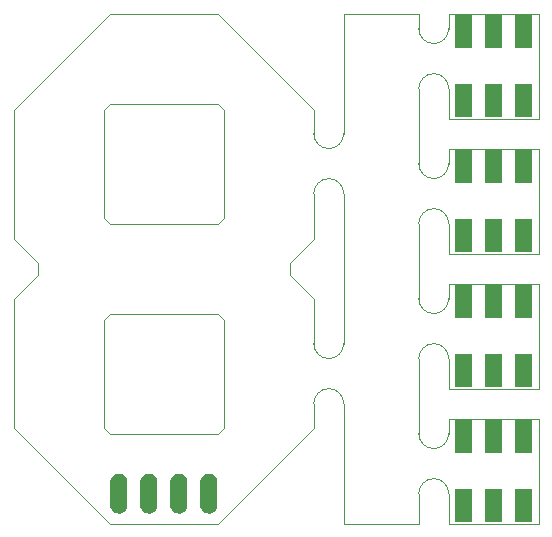
<source format=gbs>
G04 #@! TF.FileFunction,Soldermask,Bot*
%FSLAX46Y46*%
G04 Gerber Fmt 4.6, Leading zero omitted, Abs format (unit mm)*
G04 Created by KiCad (PCBNEW (2015-08-16 BZR 6095)-product) date Tue Sep  1 07:22:12 2015*
%MOMM*%
G01*
G04 APERTURE LIST*
%ADD10C,0.350000*%
%ADD11C,0.100000*%
G04 APERTURE END LIST*
D10*
D11*
X154686000Y-129032000D02*
G75*
G03X153416000Y-130302000I0J-1270000D01*
G01*
X155956000Y-130302000D02*
G75*
G03X154686000Y-129032000I-1270000J0D01*
G01*
X153416000Y-125222000D02*
G75*
G03X154686000Y-126492000I1270000J0D01*
G01*
X154686000Y-126492000D02*
G75*
G03X155956000Y-125222000I0J1270000D01*
G01*
X154686000Y-117602000D02*
G75*
G03X153416000Y-118872000I0J-1270000D01*
G01*
X155956000Y-118872000D02*
G75*
G03X154686000Y-117602000I-1270000J0D01*
G01*
X153416000Y-113792000D02*
G75*
G03X154686000Y-115062000I1270000J0D01*
G01*
X154686000Y-115062000D02*
G75*
G03X155956000Y-113792000I0J1270000D01*
G01*
X154686000Y-106172000D02*
G75*
G03X153416000Y-107442000I0J-1270000D01*
G01*
X155956000Y-107442000D02*
G75*
G03X154686000Y-106172000I-1270000J0D01*
G01*
X153416000Y-102362000D02*
G75*
G03X154686000Y-103632000I1270000J0D01*
G01*
X154686000Y-103632000D02*
G75*
G03X155956000Y-102362000I0J1270000D01*
G01*
X154686000Y-94742000D02*
G75*
G03X153416000Y-96012000I0J-1270000D01*
G01*
X155956000Y-96012000D02*
G75*
G03X154686000Y-94742000I-1270000J0D01*
G01*
X153416000Y-90932000D02*
G75*
G03X154686000Y-92202000I1270000J0D01*
G01*
X154686000Y-92202000D02*
G75*
G03X155956000Y-90932000I0J1270000D01*
G01*
X153416000Y-89662000D02*
X147066000Y-89662000D01*
X153416000Y-90932000D02*
X153416000Y-89662000D01*
X153416000Y-102362000D02*
X153416000Y-96012000D01*
X153416000Y-113792000D02*
X153416000Y-107442000D01*
X153416000Y-132842000D02*
X147066000Y-132842000D01*
X153416000Y-130302000D02*
X153416000Y-132842000D01*
X153416000Y-125222000D02*
X153416000Y-118872000D01*
X155956000Y-130302000D02*
X155956000Y-132842000D01*
X155956000Y-123952000D02*
X155956000Y-125222000D01*
X155956000Y-118872000D02*
X155956000Y-121412000D01*
X155956000Y-112522000D02*
X155956000Y-113792000D01*
X155956000Y-107442000D02*
X155956000Y-109982000D01*
X155956000Y-101092000D02*
X155956000Y-102362000D01*
X155956000Y-96012000D02*
X155956000Y-98552000D01*
X155956000Y-89662000D02*
X155956000Y-90932000D01*
X147066000Y-122682000D02*
X147066000Y-132842000D01*
X144526000Y-122682000D02*
X144526000Y-124714000D01*
X144526000Y-97790000D02*
X144526000Y-99822000D01*
X144526000Y-99822000D02*
G75*
G03X145796000Y-101092000I1270000J0D01*
G01*
X145796000Y-101092000D02*
G75*
G03X147066000Y-99822000I0J1270000D01*
G01*
X145796000Y-103632000D02*
G75*
G03X144526000Y-104902000I0J-1270000D01*
G01*
X147066000Y-104902000D02*
G75*
G03X145796000Y-103632000I-1270000J0D01*
G01*
X145796000Y-121412000D02*
G75*
G03X144526000Y-122682000I0J-1270000D01*
G01*
X147066000Y-122682000D02*
G75*
G03X145796000Y-121412000I-1270000J0D01*
G01*
X144526000Y-117602000D02*
G75*
G03X145796000Y-118872000I1270000J0D01*
G01*
X145796000Y-118872000D02*
G75*
G03X147066000Y-117602000I0J1270000D01*
G01*
X147066000Y-89662000D02*
X147066000Y-99822000D01*
X144526000Y-104902000D02*
X144526000Y-108712000D01*
X144526000Y-113792000D02*
X144526000Y-117602000D01*
X147066000Y-117602000D02*
X147066000Y-104902000D01*
X155956000Y-112522000D02*
X163576000Y-112522000D01*
X163576000Y-121412000D02*
X155956000Y-121412000D01*
X163576000Y-121412000D02*
X163576000Y-112522000D01*
X163576000Y-132842000D02*
X163576000Y-123952000D01*
X163576000Y-132842000D02*
X155956000Y-132842000D01*
X155956000Y-123952000D02*
X163576000Y-123952000D01*
X155956000Y-101092000D02*
X163576000Y-101092000D01*
X163576000Y-109982000D02*
X155956000Y-109982000D01*
X163576000Y-109982000D02*
X163576000Y-101092000D01*
X127254000Y-89662000D02*
X136398000Y-89662000D01*
X136398000Y-132842000D02*
X127254000Y-132842000D01*
X119126000Y-97790000D02*
X119126000Y-108712000D01*
X126746000Y-106934000D02*
X126746000Y-97790000D01*
X136398000Y-107442000D02*
X127254000Y-107442000D01*
X136906000Y-97790000D02*
X136906000Y-106934000D01*
X127254000Y-97282000D02*
X136398000Y-97282000D01*
X126746000Y-124714000D02*
X126746000Y-115570000D01*
X127254000Y-125222000D02*
X126746000Y-124714000D01*
X136398000Y-125222000D02*
X127254000Y-125222000D01*
X136906000Y-124714000D02*
X136398000Y-125222000D01*
X136906000Y-115570000D02*
X136906000Y-124714000D01*
X127254000Y-115062000D02*
X136398000Y-115062000D01*
X126746000Y-115570000D02*
X127254000Y-115062000D01*
X119126000Y-124714000D02*
X119126000Y-113792000D01*
X136398000Y-115062000D02*
X136906000Y-115570000D01*
X136906000Y-106934000D02*
X136398000Y-107442000D01*
X136398000Y-97282000D02*
X136906000Y-97790000D01*
X126746000Y-97790000D02*
X127254000Y-97282000D01*
X127254000Y-107442000D02*
X126746000Y-106934000D01*
X144526000Y-124714000D02*
X136398000Y-132842000D01*
X142494000Y-111760000D02*
X144526000Y-113792000D01*
X142494000Y-110744000D02*
X142494000Y-111760000D01*
X144526000Y-108712000D02*
X142494000Y-110744000D01*
X136398000Y-89662000D02*
X144526000Y-97790000D01*
X119126000Y-97790000D02*
X127254000Y-89662000D01*
X121158000Y-110744000D02*
X119126000Y-108712000D01*
X121158000Y-111760000D02*
X121158000Y-110744000D01*
X119126000Y-113792000D02*
X121158000Y-111760000D01*
X127254000Y-132842000D02*
X119126000Y-124714000D01*
X163576000Y-98552000D02*
X163576000Y-89662000D01*
X163576000Y-98552000D02*
X155956000Y-98552000D01*
X155956000Y-89662000D02*
X163576000Y-89662000D01*
D10*
G36*
X163042600Y-132689600D02*
X161569400Y-132689600D01*
X161569400Y-129946400D01*
X163042600Y-129946400D01*
X163042600Y-132689600D01*
X163042600Y-132689600D01*
G37*
G36*
X157962600Y-132689600D02*
X156489400Y-132689600D01*
X156489400Y-129946400D01*
X157962600Y-129946400D01*
X157962600Y-132689600D01*
X157962600Y-132689600D01*
G37*
G36*
X160502600Y-132689600D02*
X159029400Y-132689600D01*
X159029400Y-129946400D01*
X160502600Y-129946400D01*
X160502600Y-132689600D01*
X160502600Y-132689600D01*
G37*
G36*
X135784067Y-128619765D02*
X135784077Y-128619768D01*
X135784114Y-128619772D01*
X135921444Y-128662283D01*
X136047901Y-128730658D01*
X136158670Y-128822293D01*
X136249530Y-128933699D01*
X136317021Y-129060631D01*
X136358572Y-129198254D01*
X136372600Y-129341327D01*
X136372600Y-131262706D01*
X136372543Y-131270901D01*
X136372542Y-131270907D01*
X136372528Y-131272958D01*
X136356504Y-131415821D01*
X136313035Y-131552851D01*
X136243779Y-131678828D01*
X136151372Y-131788954D01*
X136039335Y-131879034D01*
X135911935Y-131945637D01*
X135774025Y-131986226D01*
X135773989Y-131986229D01*
X135773980Y-131986232D01*
X135630860Y-131999257D01*
X135487933Y-131984235D01*
X135487923Y-131984232D01*
X135487886Y-131984228D01*
X135350556Y-131941717D01*
X135224099Y-131873342D01*
X135113330Y-131781707D01*
X135022470Y-131670301D01*
X134954979Y-131543369D01*
X134913428Y-131405746D01*
X134899400Y-131262673D01*
X134899400Y-129341294D01*
X134899457Y-129333099D01*
X134899458Y-129333093D01*
X134899472Y-129331042D01*
X134915496Y-129188179D01*
X134958965Y-129051149D01*
X135028221Y-128925172D01*
X135120628Y-128815046D01*
X135232665Y-128724966D01*
X135360065Y-128658363D01*
X135497975Y-128617774D01*
X135498011Y-128617771D01*
X135498020Y-128617768D01*
X135641140Y-128604743D01*
X135784067Y-128619765D01*
X135784067Y-128619765D01*
G37*
G36*
X128164067Y-128619765D02*
X128164077Y-128619768D01*
X128164114Y-128619772D01*
X128301444Y-128662283D01*
X128427901Y-128730658D01*
X128538670Y-128822293D01*
X128629530Y-128933699D01*
X128697021Y-129060631D01*
X128738572Y-129198254D01*
X128752600Y-129341327D01*
X128752600Y-131262706D01*
X128752543Y-131270901D01*
X128752542Y-131270907D01*
X128752528Y-131272958D01*
X128736504Y-131415821D01*
X128693035Y-131552851D01*
X128623779Y-131678828D01*
X128531372Y-131788954D01*
X128419335Y-131879034D01*
X128291935Y-131945637D01*
X128154025Y-131986226D01*
X128153989Y-131986229D01*
X128153980Y-131986232D01*
X128010860Y-131999257D01*
X127867933Y-131984235D01*
X127867923Y-131984232D01*
X127867886Y-131984228D01*
X127730556Y-131941717D01*
X127604099Y-131873342D01*
X127493330Y-131781707D01*
X127402470Y-131670301D01*
X127334979Y-131543369D01*
X127293428Y-131405746D01*
X127279400Y-131262673D01*
X127279400Y-129341294D01*
X127279457Y-129333099D01*
X127279458Y-129333093D01*
X127279472Y-129331042D01*
X127295496Y-129188179D01*
X127338965Y-129051149D01*
X127408221Y-128925172D01*
X127500628Y-128815046D01*
X127612665Y-128724966D01*
X127740065Y-128658363D01*
X127877975Y-128617774D01*
X127878011Y-128617771D01*
X127878020Y-128617768D01*
X128021140Y-128604743D01*
X128164067Y-128619765D01*
X128164067Y-128619765D01*
G37*
G36*
X130704067Y-128619765D02*
X130704077Y-128619768D01*
X130704114Y-128619772D01*
X130841444Y-128662283D01*
X130967901Y-128730658D01*
X131078670Y-128822293D01*
X131169530Y-128933699D01*
X131237021Y-129060631D01*
X131278572Y-129198254D01*
X131292600Y-129341327D01*
X131292600Y-131262706D01*
X131292543Y-131270901D01*
X131292542Y-131270907D01*
X131292528Y-131272958D01*
X131276504Y-131415821D01*
X131233035Y-131552851D01*
X131163779Y-131678828D01*
X131071372Y-131788954D01*
X130959335Y-131879034D01*
X130831935Y-131945637D01*
X130694025Y-131986226D01*
X130693989Y-131986229D01*
X130693980Y-131986232D01*
X130550860Y-131999257D01*
X130407933Y-131984235D01*
X130407923Y-131984232D01*
X130407886Y-131984228D01*
X130270556Y-131941717D01*
X130144099Y-131873342D01*
X130033330Y-131781707D01*
X129942470Y-131670301D01*
X129874979Y-131543369D01*
X129833428Y-131405746D01*
X129819400Y-131262673D01*
X129819400Y-129341294D01*
X129819457Y-129333099D01*
X129819458Y-129333093D01*
X129819472Y-129331042D01*
X129835496Y-129188179D01*
X129878965Y-129051149D01*
X129948221Y-128925172D01*
X130040628Y-128815046D01*
X130152665Y-128724966D01*
X130280065Y-128658363D01*
X130417975Y-128617774D01*
X130418011Y-128617771D01*
X130418020Y-128617768D01*
X130561140Y-128604743D01*
X130704067Y-128619765D01*
X130704067Y-128619765D01*
G37*
G36*
X133244067Y-128619765D02*
X133244077Y-128619768D01*
X133244114Y-128619772D01*
X133381444Y-128662283D01*
X133507901Y-128730658D01*
X133618670Y-128822293D01*
X133709530Y-128933699D01*
X133777021Y-129060631D01*
X133818572Y-129198254D01*
X133832600Y-129341327D01*
X133832600Y-131262706D01*
X133832543Y-131270901D01*
X133832542Y-131270907D01*
X133832528Y-131272958D01*
X133816504Y-131415821D01*
X133773035Y-131552851D01*
X133703779Y-131678828D01*
X133611372Y-131788954D01*
X133499335Y-131879034D01*
X133371935Y-131945637D01*
X133234025Y-131986226D01*
X133233989Y-131986229D01*
X133233980Y-131986232D01*
X133090860Y-131999257D01*
X132947933Y-131984235D01*
X132947923Y-131984232D01*
X132947886Y-131984228D01*
X132810556Y-131941717D01*
X132684099Y-131873342D01*
X132573330Y-131781707D01*
X132482470Y-131670301D01*
X132414979Y-131543369D01*
X132373428Y-131405746D01*
X132359400Y-131262673D01*
X132359400Y-129341294D01*
X132359457Y-129333099D01*
X132359458Y-129333093D01*
X132359472Y-129331042D01*
X132375496Y-129188179D01*
X132418965Y-129051149D01*
X132488221Y-128925172D01*
X132580628Y-128815046D01*
X132692665Y-128724966D01*
X132820065Y-128658363D01*
X132957975Y-128617774D01*
X132958011Y-128617771D01*
X132958020Y-128617768D01*
X133101140Y-128604743D01*
X133244067Y-128619765D01*
X133244067Y-128619765D01*
G37*
G36*
X157962600Y-126847600D02*
X156489400Y-126847600D01*
X156489400Y-124104400D01*
X157962600Y-124104400D01*
X157962600Y-126847600D01*
X157962600Y-126847600D01*
G37*
G36*
X160502600Y-126847600D02*
X159029400Y-126847600D01*
X159029400Y-124104400D01*
X160502600Y-124104400D01*
X160502600Y-126847600D01*
X160502600Y-126847600D01*
G37*
G36*
X163042600Y-126847600D02*
X161569400Y-126847600D01*
X161569400Y-124104400D01*
X163042600Y-124104400D01*
X163042600Y-126847600D01*
X163042600Y-126847600D01*
G37*
G36*
X163042600Y-121259600D02*
X161569400Y-121259600D01*
X161569400Y-118516400D01*
X163042600Y-118516400D01*
X163042600Y-121259600D01*
X163042600Y-121259600D01*
G37*
G36*
X160502600Y-121259600D02*
X159029400Y-121259600D01*
X159029400Y-118516400D01*
X160502600Y-118516400D01*
X160502600Y-121259600D01*
X160502600Y-121259600D01*
G37*
G36*
X157962600Y-121259600D02*
X156489400Y-121259600D01*
X156489400Y-118516400D01*
X157962600Y-118516400D01*
X157962600Y-121259600D01*
X157962600Y-121259600D01*
G37*
G36*
X157962600Y-115417600D02*
X156489400Y-115417600D01*
X156489400Y-112674400D01*
X157962600Y-112674400D01*
X157962600Y-115417600D01*
X157962600Y-115417600D01*
G37*
G36*
X160502600Y-115417600D02*
X159029400Y-115417600D01*
X159029400Y-112674400D01*
X160502600Y-112674400D01*
X160502600Y-115417600D01*
X160502600Y-115417600D01*
G37*
G36*
X163042600Y-115417600D02*
X161569400Y-115417600D01*
X161569400Y-112674400D01*
X163042600Y-112674400D01*
X163042600Y-115417600D01*
X163042600Y-115417600D01*
G37*
G36*
X157962600Y-109829600D02*
X156489400Y-109829600D01*
X156489400Y-107086400D01*
X157962600Y-107086400D01*
X157962600Y-109829600D01*
X157962600Y-109829600D01*
G37*
G36*
X163042600Y-109829600D02*
X161569400Y-109829600D01*
X161569400Y-107086400D01*
X163042600Y-107086400D01*
X163042600Y-109829600D01*
X163042600Y-109829600D01*
G37*
G36*
X160502600Y-109829600D02*
X159029400Y-109829600D01*
X159029400Y-107086400D01*
X160502600Y-107086400D01*
X160502600Y-109829600D01*
X160502600Y-109829600D01*
G37*
G36*
X163042600Y-103987600D02*
X161569400Y-103987600D01*
X161569400Y-101244400D01*
X163042600Y-101244400D01*
X163042600Y-103987600D01*
X163042600Y-103987600D01*
G37*
G36*
X160502600Y-103987600D02*
X159029400Y-103987600D01*
X159029400Y-101244400D01*
X160502600Y-101244400D01*
X160502600Y-103987600D01*
X160502600Y-103987600D01*
G37*
G36*
X157962600Y-103987600D02*
X156489400Y-103987600D01*
X156489400Y-101244400D01*
X157962600Y-101244400D01*
X157962600Y-103987600D01*
X157962600Y-103987600D01*
G37*
G36*
X163042600Y-98399600D02*
X161569400Y-98399600D01*
X161569400Y-95656400D01*
X163042600Y-95656400D01*
X163042600Y-98399600D01*
X163042600Y-98399600D01*
G37*
G36*
X157962600Y-98399600D02*
X156489400Y-98399600D01*
X156489400Y-95656400D01*
X157962600Y-95656400D01*
X157962600Y-98399600D01*
X157962600Y-98399600D01*
G37*
G36*
X160502600Y-98399600D02*
X159029400Y-98399600D01*
X159029400Y-95656400D01*
X160502600Y-95656400D01*
X160502600Y-98399600D01*
X160502600Y-98399600D01*
G37*
G36*
X157962600Y-92557600D02*
X156489400Y-92557600D01*
X156489400Y-89814400D01*
X157962600Y-89814400D01*
X157962600Y-92557600D01*
X157962600Y-92557600D01*
G37*
G36*
X160502600Y-92557600D02*
X159029400Y-92557600D01*
X159029400Y-89814400D01*
X160502600Y-89814400D01*
X160502600Y-92557600D01*
X160502600Y-92557600D01*
G37*
G36*
X163042600Y-92557600D02*
X161569400Y-92557600D01*
X161569400Y-89814400D01*
X163042600Y-89814400D01*
X163042600Y-92557600D01*
X163042600Y-92557600D01*
G37*
M02*

</source>
